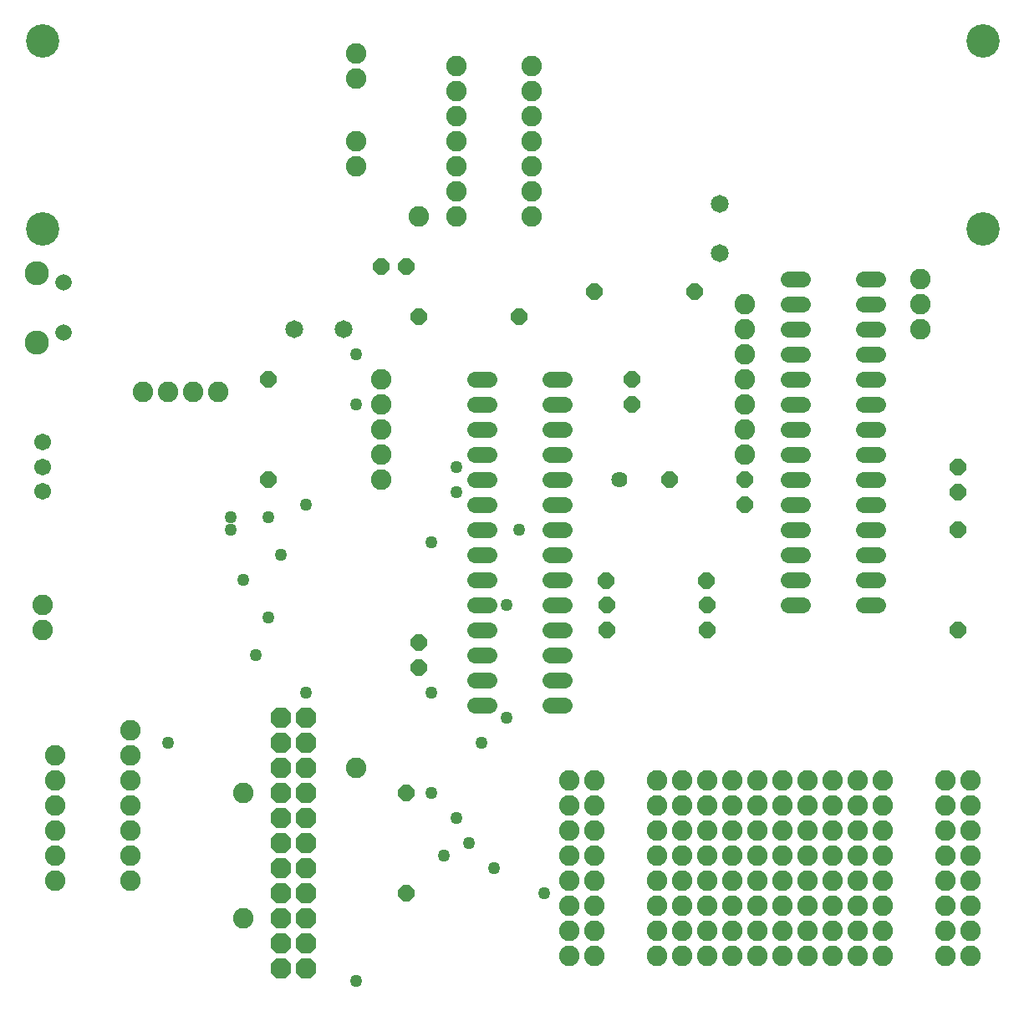
<source format=gbs>
G04 EAGLE Gerber RS-274X export*
G75*
%MOMM*%
%FSLAX34Y34*%
%LPD*%
%INBottom Soldermask*%
%IPPOS*%
%AMOC8*
5,1,8,0,0,1.08239X$1,22.5*%
G01*
%ADD10C,3.378200*%
%ADD11C,1.625600*%
%ADD12C,1.662800*%
%ADD13C,2.453200*%
%ADD14C,1.712800*%
%ADD15C,2.082800*%
%ADD16P,1.759533X8X22.500000*%
%ADD17P,1.759533X8X202.500000*%
%ADD18C,1.812800*%
%ADD19P,1.759533X8X292.500000*%
%ADD20P,1.759533X8X112.500000*%
%ADD21C,1.625600*%
%ADD22P,2.254402X8X112.500000*%
%ADD23C,1.261200*%


D10*
X25400Y965200D03*
X25400Y774700D03*
X977900Y774700D03*
X977900Y965200D03*
D11*
X477012Y622300D02*
X462788Y622300D01*
X462788Y596900D02*
X477012Y596900D01*
X477012Y571500D02*
X462788Y571500D01*
X462788Y546100D02*
X477012Y546100D01*
X477012Y520700D02*
X462788Y520700D01*
X462788Y495300D02*
X477012Y495300D01*
X477012Y469900D02*
X462788Y469900D01*
X462788Y444500D02*
X477012Y444500D01*
X477012Y419100D02*
X462788Y419100D01*
X462788Y393700D02*
X477012Y393700D01*
X477012Y368300D02*
X462788Y368300D01*
X462788Y342900D02*
X477012Y342900D01*
X477012Y317500D02*
X462788Y317500D01*
X462788Y292100D02*
X477012Y292100D01*
X538988Y292100D02*
X553212Y292100D01*
X553212Y317500D02*
X538988Y317500D01*
X538988Y342900D02*
X553212Y342900D01*
X553212Y368300D02*
X538988Y368300D01*
X538988Y393700D02*
X553212Y393700D01*
X553212Y419100D02*
X538988Y419100D01*
X538988Y444500D02*
X553212Y444500D01*
X553212Y469900D02*
X538988Y469900D01*
X538988Y495300D02*
X553212Y495300D01*
X553212Y520700D02*
X538988Y520700D01*
X538988Y546100D02*
X553212Y546100D01*
X553212Y571500D02*
X538988Y571500D01*
X538988Y596900D02*
X553212Y596900D01*
X553212Y622300D02*
X538988Y622300D01*
D12*
X46050Y720090D03*
X46050Y669290D03*
D13*
X19050Y729690D03*
X19050Y659690D03*
D14*
X25400Y558400D03*
X25400Y533400D03*
X25400Y508400D03*
D15*
X25400Y368300D03*
X25400Y393700D03*
X127000Y609600D03*
X152400Y609600D03*
X177800Y609600D03*
X203200Y609600D03*
D16*
X368300Y736600D03*
X393700Y736600D03*
D17*
X508000Y685800D03*
X406400Y685800D03*
D15*
X368300Y622300D03*
X368300Y596900D03*
X368300Y571500D03*
X368300Y546100D03*
X368300Y520700D03*
D18*
X279800Y673100D03*
X329800Y673100D03*
D19*
X254000Y622300D03*
X254000Y520700D03*
X622300Y622300D03*
X622300Y596900D03*
D20*
X406400Y330200D03*
X406400Y355600D03*
D21*
X609600Y520700D03*
D16*
X660400Y520700D03*
D15*
X38100Y241300D03*
X38100Y215900D03*
X38100Y190500D03*
X38100Y165100D03*
X38100Y139700D03*
X38100Y114300D03*
X114300Y266700D03*
X114300Y241300D03*
X114300Y215900D03*
X114300Y190500D03*
X114300Y165100D03*
X114300Y139700D03*
X114300Y114300D03*
D11*
X780288Y723900D02*
X794512Y723900D01*
X794512Y698500D02*
X780288Y698500D01*
X780288Y673100D02*
X794512Y673100D01*
X794512Y647700D02*
X780288Y647700D01*
X780288Y622300D02*
X794512Y622300D01*
X794512Y596900D02*
X780288Y596900D01*
X780288Y571500D02*
X794512Y571500D01*
X794512Y546100D02*
X780288Y546100D01*
X780288Y520700D02*
X794512Y520700D01*
X794512Y495300D02*
X780288Y495300D01*
X780288Y469900D02*
X794512Y469900D01*
X794512Y444500D02*
X780288Y444500D01*
X780288Y419100D02*
X794512Y419100D01*
X794512Y393700D02*
X780288Y393700D01*
X856488Y393700D02*
X870712Y393700D01*
X870712Y419100D02*
X856488Y419100D01*
X856488Y444500D02*
X870712Y444500D01*
X870712Y469900D02*
X856488Y469900D01*
X856488Y495300D02*
X870712Y495300D01*
X870712Y520700D02*
X856488Y520700D01*
X856488Y546100D02*
X870712Y546100D01*
X870712Y571500D02*
X856488Y571500D01*
X856488Y596900D02*
X870712Y596900D01*
X870712Y622300D02*
X856488Y622300D01*
X856488Y647700D02*
X870712Y647700D01*
X870712Y673100D02*
X856488Y673100D01*
X856488Y698500D02*
X870712Y698500D01*
X870712Y723900D02*
X856488Y723900D01*
D19*
X736600Y520700D03*
X736600Y495300D03*
D17*
X698500Y393700D03*
X596900Y393700D03*
X697230Y417830D03*
X595630Y417830D03*
D19*
X952500Y533400D03*
X952500Y508000D03*
D20*
X952500Y368300D03*
X952500Y469900D03*
D18*
X711200Y749700D03*
X711200Y799700D03*
D17*
X685800Y711200D03*
X584200Y711200D03*
D15*
X444500Y939800D03*
X444500Y914400D03*
X444500Y889000D03*
X444500Y863600D03*
X444500Y838200D03*
X444500Y812800D03*
X444500Y787400D03*
X520700Y787400D03*
X520700Y812800D03*
X520700Y838200D03*
X520700Y863600D03*
X520700Y889000D03*
X520700Y914400D03*
X520700Y939800D03*
X342900Y927100D03*
X342900Y952500D03*
X342900Y838200D03*
X342900Y863600D03*
D22*
X292100Y25400D03*
X266700Y25400D03*
X292100Y50800D03*
X266700Y50800D03*
X292100Y76200D03*
X266700Y76200D03*
X292100Y101600D03*
X266700Y101600D03*
X292100Y127000D03*
X266700Y127000D03*
X292100Y152400D03*
X266700Y152400D03*
X292100Y177800D03*
X266700Y177800D03*
X292100Y203200D03*
X266700Y203200D03*
X292100Y228600D03*
X266700Y228600D03*
X292100Y254000D03*
X266700Y254000D03*
X292100Y279400D03*
X266700Y279400D03*
D17*
X698500Y368300D03*
X596900Y368300D03*
D20*
X393700Y101600D03*
X393700Y203200D03*
D15*
X228600Y203200D03*
X228600Y76200D03*
X342900Y228600D03*
X736600Y698500D03*
X736600Y673100D03*
X736600Y647700D03*
X736600Y622300D03*
X736600Y596900D03*
X736600Y571500D03*
X736600Y546100D03*
X914400Y723900D03*
X914400Y698500D03*
X914400Y673100D03*
X749300Y38100D03*
X749300Y63500D03*
X749300Y88900D03*
X749300Y114300D03*
X749300Y139700D03*
X749300Y165100D03*
X749300Y190500D03*
X749300Y215900D03*
X673100Y38100D03*
X673100Y63500D03*
X673100Y88900D03*
X673100Y114300D03*
X673100Y139700D03*
X673100Y165100D03*
X673100Y190500D03*
X673100Y215900D03*
X647700Y38100D03*
X647700Y63500D03*
X647700Y88900D03*
X647700Y114300D03*
X647700Y139700D03*
X647700Y165100D03*
X647700Y190500D03*
X647700Y215900D03*
X698500Y38100D03*
X698500Y63500D03*
X698500Y88900D03*
X698500Y114300D03*
X698500Y139700D03*
X698500Y165100D03*
X698500Y190500D03*
X698500Y215900D03*
X723900Y38100D03*
X723900Y63500D03*
X723900Y88900D03*
X723900Y114300D03*
X723900Y139700D03*
X723900Y165100D03*
X723900Y190500D03*
X723900Y215900D03*
X774700Y38100D03*
X774700Y63500D03*
X774700Y88900D03*
X774700Y114300D03*
X774700Y139700D03*
X774700Y165100D03*
X774700Y190500D03*
X774700Y215900D03*
X800100Y38100D03*
X800100Y63500D03*
X800100Y88900D03*
X800100Y114300D03*
X800100Y139700D03*
X800100Y165100D03*
X800100Y190500D03*
X800100Y215900D03*
X825500Y38100D03*
X825500Y63500D03*
X825500Y88900D03*
X825500Y114300D03*
X825500Y139700D03*
X825500Y165100D03*
X825500Y190500D03*
X825500Y215900D03*
X850900Y38100D03*
X850900Y63500D03*
X850900Y88900D03*
X850900Y114300D03*
X850900Y139700D03*
X850900Y165100D03*
X850900Y190500D03*
X850900Y215900D03*
X876300Y38100D03*
X876300Y63500D03*
X876300Y88900D03*
X876300Y114300D03*
X876300Y139700D03*
X876300Y165100D03*
X876300Y190500D03*
X876300Y215900D03*
X558800Y38100D03*
X558800Y63500D03*
X558800Y88900D03*
X558800Y114300D03*
X558800Y139700D03*
X558800Y165100D03*
X558800Y190500D03*
X558800Y215900D03*
X584200Y38100D03*
X584200Y63500D03*
X584200Y88900D03*
X584200Y114300D03*
X584200Y139700D03*
X584200Y165100D03*
X584200Y190500D03*
X584200Y215900D03*
X939800Y38100D03*
X939800Y63500D03*
X939800Y88900D03*
X939800Y114300D03*
X939800Y139700D03*
X939800Y165100D03*
X939800Y190500D03*
X939800Y215900D03*
X965200Y38100D03*
X965200Y63500D03*
X965200Y88900D03*
X965200Y114300D03*
X965200Y139700D03*
X965200Y165100D03*
X965200Y190500D03*
X965200Y215900D03*
X406400Y787400D03*
D23*
X342900Y596900D03*
X342900Y647700D03*
X419100Y203200D03*
X419100Y304800D03*
X292100Y495300D03*
X292100Y304800D03*
X152400Y254000D03*
X215900Y482600D03*
X444500Y533400D03*
X444500Y508000D03*
X215900Y469900D03*
X342900Y12700D03*
X533400Y101600D03*
X254000Y381000D03*
X495300Y393700D03*
X228600Y419100D03*
X254000Y482600D03*
X444500Y177800D03*
X457200Y152400D03*
X431800Y139700D03*
X419100Y457200D03*
X482600Y127000D03*
X241300Y342900D03*
X469900Y254000D03*
X495300Y279400D03*
X508000Y469900D03*
X266700Y444500D03*
M02*

</source>
